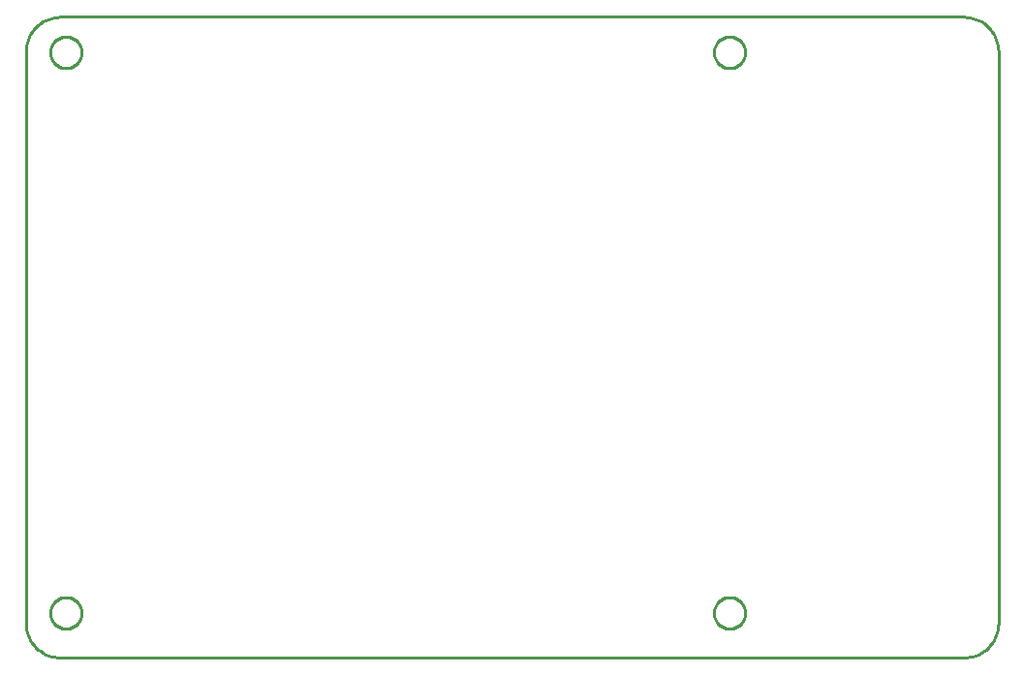
<source format=gbr>
G04 EAGLE Gerber RS-274X export*
G75*
%MOMM*%
%FSLAX34Y34*%
%LPD*%
%IN*%
%IPPOS*%
%AMOC8*
5,1,8,0,0,1.08239X$1,22.5*%
G01*
G04 Define Apertures*
%ADD10C,0.254000*%
D10*
X0Y30000D02*
X114Y27385D01*
X456Y24791D01*
X1022Y22235D01*
X1809Y19739D01*
X2811Y17321D01*
X4019Y15000D01*
X5425Y12793D01*
X7019Y10716D01*
X8787Y8787D01*
X10716Y7019D01*
X12793Y5425D01*
X15000Y4019D01*
X17321Y2811D01*
X19739Y1809D01*
X22235Y1022D01*
X24791Y456D01*
X27385Y114D01*
X30000Y0D01*
X820000Y0D01*
X822615Y114D01*
X825209Y456D01*
X827765Y1022D01*
X830261Y1809D01*
X832679Y2811D01*
X835000Y4019D01*
X837207Y5425D01*
X839284Y7019D01*
X841213Y8787D01*
X842981Y10716D01*
X844575Y12793D01*
X845981Y15000D01*
X847189Y17321D01*
X848191Y19739D01*
X848978Y22235D01*
X849544Y24791D01*
X849886Y27385D01*
X850000Y30000D01*
X850000Y530000D01*
X849886Y532615D01*
X849544Y535209D01*
X848978Y537765D01*
X848191Y540261D01*
X847189Y542679D01*
X845981Y545000D01*
X844575Y547207D01*
X842981Y549284D01*
X841213Y551213D01*
X839284Y552981D01*
X837207Y554575D01*
X835000Y555981D01*
X832679Y557189D01*
X830261Y558191D01*
X827765Y558978D01*
X825209Y559544D01*
X822615Y559886D01*
X820000Y560000D01*
X30000Y560000D01*
X27385Y559886D01*
X24791Y559544D01*
X22235Y558978D01*
X19739Y558191D01*
X17321Y557189D01*
X15000Y555981D01*
X12793Y554575D01*
X10716Y552981D01*
X8787Y551213D01*
X7019Y549284D01*
X5425Y547207D01*
X4019Y545000D01*
X2811Y542679D01*
X1809Y540261D01*
X1022Y537765D01*
X456Y535209D01*
X114Y532615D01*
X0Y530000D01*
X0Y30000D01*
X48750Y38461D02*
X48680Y37481D01*
X48540Y36509D01*
X48331Y35549D01*
X48055Y34607D01*
X47711Y33687D01*
X47303Y32793D01*
X46833Y31931D01*
X46302Y31105D01*
X45713Y30319D01*
X45070Y29577D01*
X44375Y28882D01*
X43633Y28239D01*
X42847Y27650D01*
X42021Y27119D01*
X41159Y26649D01*
X40265Y26241D01*
X39345Y25897D01*
X38403Y25621D01*
X37443Y25412D01*
X36471Y25272D01*
X35491Y25202D01*
X34509Y25202D01*
X33529Y25272D01*
X32557Y25412D01*
X31597Y25621D01*
X30655Y25897D01*
X29735Y26241D01*
X28841Y26649D01*
X27979Y27119D01*
X27153Y27650D01*
X26367Y28239D01*
X25625Y28882D01*
X24930Y29577D01*
X24287Y30319D01*
X23698Y31105D01*
X23167Y31931D01*
X22697Y32793D01*
X22289Y33687D01*
X21945Y34607D01*
X21669Y35549D01*
X21460Y36509D01*
X21320Y37481D01*
X21250Y38461D01*
X21250Y39443D01*
X21320Y40423D01*
X21460Y41395D01*
X21669Y42355D01*
X21945Y43297D01*
X22289Y44217D01*
X22697Y45111D01*
X23167Y45973D01*
X23698Y46799D01*
X24287Y47585D01*
X24930Y48327D01*
X25625Y49022D01*
X26367Y49665D01*
X27153Y50254D01*
X27979Y50785D01*
X28841Y51255D01*
X29735Y51663D01*
X30655Y52007D01*
X31597Y52283D01*
X32557Y52492D01*
X33529Y52632D01*
X34509Y52702D01*
X35491Y52702D01*
X36471Y52632D01*
X37443Y52492D01*
X38403Y52283D01*
X39345Y52007D01*
X40265Y51663D01*
X41159Y51255D01*
X42021Y50785D01*
X42847Y50254D01*
X43633Y49665D01*
X44375Y49022D01*
X45070Y48327D01*
X45713Y47585D01*
X46302Y46799D01*
X46833Y45973D01*
X47303Y45111D01*
X47711Y44217D01*
X48055Y43297D01*
X48331Y42355D01*
X48540Y41395D01*
X48680Y40423D01*
X48750Y39443D01*
X48750Y38461D01*
X628750Y38461D02*
X628680Y37481D01*
X628540Y36509D01*
X628331Y35549D01*
X628055Y34607D01*
X627711Y33687D01*
X627303Y32793D01*
X626833Y31931D01*
X626302Y31105D01*
X625713Y30319D01*
X625070Y29577D01*
X624375Y28882D01*
X623633Y28239D01*
X622847Y27650D01*
X622021Y27119D01*
X621159Y26649D01*
X620265Y26241D01*
X619345Y25897D01*
X618403Y25621D01*
X617443Y25412D01*
X616471Y25272D01*
X615491Y25202D01*
X614509Y25202D01*
X613529Y25272D01*
X612557Y25412D01*
X611597Y25621D01*
X610655Y25897D01*
X609735Y26241D01*
X608841Y26649D01*
X607979Y27119D01*
X607153Y27650D01*
X606367Y28239D01*
X605625Y28882D01*
X604930Y29577D01*
X604287Y30319D01*
X603698Y31105D01*
X603167Y31931D01*
X602697Y32793D01*
X602289Y33687D01*
X601945Y34607D01*
X601669Y35549D01*
X601460Y36509D01*
X601320Y37481D01*
X601250Y38461D01*
X601250Y39443D01*
X601320Y40423D01*
X601460Y41395D01*
X601669Y42355D01*
X601945Y43297D01*
X602289Y44217D01*
X602697Y45111D01*
X603167Y45973D01*
X603698Y46799D01*
X604287Y47585D01*
X604930Y48327D01*
X605625Y49022D01*
X606367Y49665D01*
X607153Y50254D01*
X607979Y50785D01*
X608841Y51255D01*
X609735Y51663D01*
X610655Y52007D01*
X611597Y52283D01*
X612557Y52492D01*
X613529Y52632D01*
X614509Y52702D01*
X615491Y52702D01*
X616471Y52632D01*
X617443Y52492D01*
X618403Y52283D01*
X619345Y52007D01*
X620265Y51663D01*
X621159Y51255D01*
X622021Y50785D01*
X622847Y50254D01*
X623633Y49665D01*
X624375Y49022D01*
X625070Y48327D01*
X625713Y47585D01*
X626302Y46799D01*
X626833Y45973D01*
X627303Y45111D01*
X627711Y44217D01*
X628055Y43297D01*
X628331Y42355D01*
X628540Y41395D01*
X628680Y40423D01*
X628750Y39443D01*
X628750Y38461D01*
X48750Y528461D02*
X48680Y527481D01*
X48540Y526509D01*
X48331Y525549D01*
X48055Y524607D01*
X47711Y523687D01*
X47303Y522793D01*
X46833Y521931D01*
X46302Y521105D01*
X45713Y520319D01*
X45070Y519577D01*
X44375Y518882D01*
X43633Y518239D01*
X42847Y517650D01*
X42021Y517119D01*
X41159Y516649D01*
X40265Y516241D01*
X39345Y515897D01*
X38403Y515621D01*
X37443Y515412D01*
X36471Y515272D01*
X35491Y515202D01*
X34509Y515202D01*
X33529Y515272D01*
X32557Y515412D01*
X31597Y515621D01*
X30655Y515897D01*
X29735Y516241D01*
X28841Y516649D01*
X27979Y517119D01*
X27153Y517650D01*
X26367Y518239D01*
X25625Y518882D01*
X24930Y519577D01*
X24287Y520319D01*
X23698Y521105D01*
X23167Y521931D01*
X22697Y522793D01*
X22289Y523687D01*
X21945Y524607D01*
X21669Y525549D01*
X21460Y526509D01*
X21320Y527481D01*
X21250Y528461D01*
X21250Y529443D01*
X21320Y530423D01*
X21460Y531395D01*
X21669Y532355D01*
X21945Y533297D01*
X22289Y534217D01*
X22697Y535111D01*
X23167Y535973D01*
X23698Y536799D01*
X24287Y537585D01*
X24930Y538327D01*
X25625Y539022D01*
X26367Y539665D01*
X27153Y540254D01*
X27979Y540785D01*
X28841Y541255D01*
X29735Y541663D01*
X30655Y542007D01*
X31597Y542283D01*
X32557Y542492D01*
X33529Y542632D01*
X34509Y542702D01*
X35491Y542702D01*
X36471Y542632D01*
X37443Y542492D01*
X38403Y542283D01*
X39345Y542007D01*
X40265Y541663D01*
X41159Y541255D01*
X42021Y540785D01*
X42847Y540254D01*
X43633Y539665D01*
X44375Y539022D01*
X45070Y538327D01*
X45713Y537585D01*
X46302Y536799D01*
X46833Y535973D01*
X47303Y535111D01*
X47711Y534217D01*
X48055Y533297D01*
X48331Y532355D01*
X48540Y531395D01*
X48680Y530423D01*
X48750Y529443D01*
X48750Y528461D01*
X628750Y528461D02*
X628680Y527481D01*
X628540Y526509D01*
X628331Y525549D01*
X628055Y524607D01*
X627711Y523687D01*
X627303Y522793D01*
X626833Y521931D01*
X626302Y521105D01*
X625713Y520319D01*
X625070Y519577D01*
X624375Y518882D01*
X623633Y518239D01*
X622847Y517650D01*
X622021Y517119D01*
X621159Y516649D01*
X620265Y516241D01*
X619345Y515897D01*
X618403Y515621D01*
X617443Y515412D01*
X616471Y515272D01*
X615491Y515202D01*
X614509Y515202D01*
X613529Y515272D01*
X612557Y515412D01*
X611597Y515621D01*
X610655Y515897D01*
X609735Y516241D01*
X608841Y516649D01*
X607979Y517119D01*
X607153Y517650D01*
X606367Y518239D01*
X605625Y518882D01*
X604930Y519577D01*
X604287Y520319D01*
X603698Y521105D01*
X603167Y521931D01*
X602697Y522793D01*
X602289Y523687D01*
X601945Y524607D01*
X601669Y525549D01*
X601460Y526509D01*
X601320Y527481D01*
X601250Y528461D01*
X601250Y529443D01*
X601320Y530423D01*
X601460Y531395D01*
X601669Y532355D01*
X601945Y533297D01*
X602289Y534217D01*
X602697Y535111D01*
X603167Y535973D01*
X603698Y536799D01*
X604287Y537585D01*
X604930Y538327D01*
X605625Y539022D01*
X606367Y539665D01*
X607153Y540254D01*
X607979Y540785D01*
X608841Y541255D01*
X609735Y541663D01*
X610655Y542007D01*
X611597Y542283D01*
X612557Y542492D01*
X613529Y542632D01*
X614509Y542702D01*
X615491Y542702D01*
X616471Y542632D01*
X617443Y542492D01*
X618403Y542283D01*
X619345Y542007D01*
X620265Y541663D01*
X621159Y541255D01*
X622021Y540785D01*
X622847Y540254D01*
X623633Y539665D01*
X624375Y539022D01*
X625070Y538327D01*
X625713Y537585D01*
X626302Y536799D01*
X626833Y535973D01*
X627303Y535111D01*
X627711Y534217D01*
X628055Y533297D01*
X628331Y532355D01*
X628540Y531395D01*
X628680Y530423D01*
X628750Y529443D01*
X628750Y528461D01*
M02*

</source>
